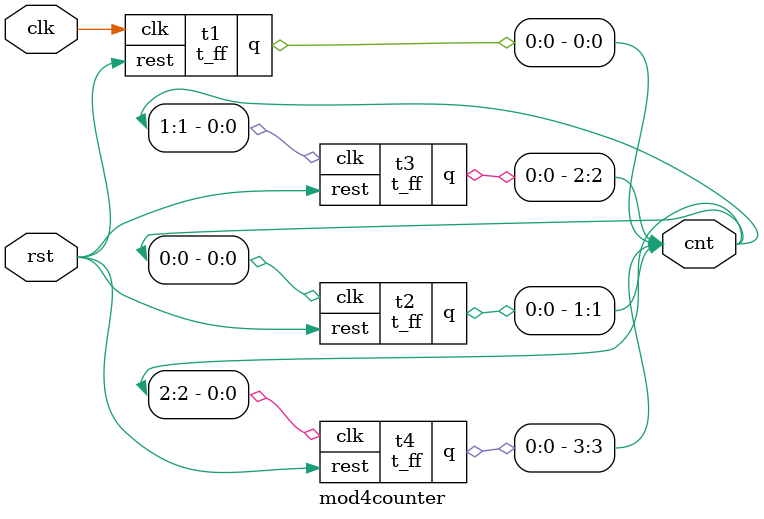
<source format=sv>

module t_ff(q,clk,rest);
  input rest,clk;
  output bit q;
  
  always @(posedge clk)
    begin
      if(rest)
      		q<=1'b0;
      else
        begin
            q<=~q;
      end
    end
endmodule


module mod4counter(cnt,clk,rst);
  input  clk,rst;
  output [3:0] cnt;

  t_ff t1 (cnt[0],clk,rst);
  t_ff t2 (cnt[1],cnt[0],rst);
  t_ff t3 (cnt[2],cnt[1],rst);
  t_ff t4 (cnt[3],cnt[2],rst);  
endmodule


</source>
